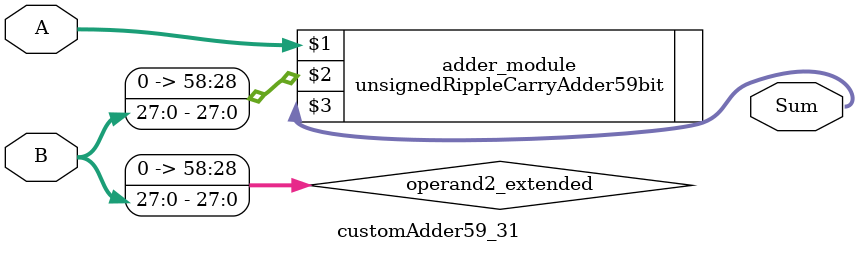
<source format=v>
module customAdder59_31(
                        input [58 : 0] A,
                        input [27 : 0] B,
                        
                        output [59 : 0] Sum
                );

        wire [58 : 0] operand2_extended;
        
        assign operand2_extended =  {31'b0, B};
        
        unsignedRippleCarryAdder59bit adder_module(
            A,
            operand2_extended,
            Sum
        );
        
        endmodule
        
</source>
